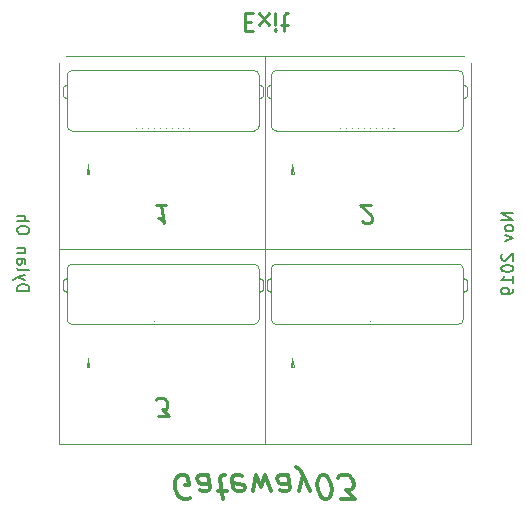
<source format=gbr>
G04 #@! TF.GenerationSoftware,KiCad,Pcbnew,(5.1.5)-3*
G04 #@! TF.CreationDate,2020-01-02T12:13:36-07:00*
G04 #@! TF.ProjectId,Gateway03,47617465-7761-4793-9033-2e6b69636164,rev?*
G04 #@! TF.SameCoordinates,Original*
G04 #@! TF.FileFunction,Legend,Bot*
G04 #@! TF.FilePolarity,Positive*
%FSLAX46Y46*%
G04 Gerber Fmt 4.6, Leading zero omitted, Abs format (unit mm)*
G04 Created by KiCad (PCBNEW (5.1.5)-3) date 2020-01-02 12:13:36*
%MOMM*%
%LPD*%
G04 APERTURE LIST*
%ADD10C,0.120000*%
%ADD11C,0.150000*%
%ADD12C,0.225000*%
%ADD13C,0.300000*%
G04 APERTURE END LIST*
D10*
X96248400Y-106863000D02*
X96148400Y-106093000D01*
X78964400Y-106863000D02*
X78864400Y-106093000D01*
X96248400Y-90477000D02*
X96148400Y-89707000D01*
X96048400Y-106863000D02*
X96248400Y-106863000D01*
X78764400Y-106863000D02*
X78964400Y-106863000D01*
X96048400Y-90477000D02*
X96248400Y-90477000D01*
X96148400Y-106093000D02*
X96048400Y-106863000D01*
X78864400Y-106093000D02*
X78764400Y-106863000D01*
X96148400Y-89707000D02*
X96048400Y-90477000D01*
X96148400Y-106093000D02*
X96148400Y-106863000D01*
X78864400Y-106093000D02*
X78864400Y-106863000D01*
X96148400Y-89707000D02*
X96148400Y-90477000D01*
X78864400Y-89707000D02*
X78864400Y-90477000D01*
X78864400Y-89707000D02*
X78764400Y-90477000D01*
X78764400Y-90477000D02*
X78964400Y-90477000D01*
X78964400Y-90477000D02*
X78864400Y-89707000D01*
D11*
X114837380Y-93845238D02*
X113837380Y-93845238D01*
X114837380Y-94416666D01*
X113837380Y-94416666D01*
X114837380Y-95035714D02*
X114789761Y-94940476D01*
X114742142Y-94892857D01*
X114646904Y-94845238D01*
X114361190Y-94845238D01*
X114265952Y-94892857D01*
X114218333Y-94940476D01*
X114170714Y-95035714D01*
X114170714Y-95178571D01*
X114218333Y-95273809D01*
X114265952Y-95321428D01*
X114361190Y-95369047D01*
X114646904Y-95369047D01*
X114742142Y-95321428D01*
X114789761Y-95273809D01*
X114837380Y-95178571D01*
X114837380Y-95035714D01*
X114170714Y-95702380D02*
X114837380Y-95940476D01*
X114170714Y-96178571D01*
X113932619Y-97273809D02*
X113885000Y-97321428D01*
X113837380Y-97416666D01*
X113837380Y-97654761D01*
X113885000Y-97750000D01*
X113932619Y-97797619D01*
X114027857Y-97845238D01*
X114123095Y-97845238D01*
X114265952Y-97797619D01*
X114837380Y-97226190D01*
X114837380Y-97845238D01*
X113837380Y-98464285D02*
X113837380Y-98559523D01*
X113885000Y-98654761D01*
X113932619Y-98702380D01*
X114027857Y-98750000D01*
X114218333Y-98797619D01*
X114456428Y-98797619D01*
X114646904Y-98750000D01*
X114742142Y-98702380D01*
X114789761Y-98654761D01*
X114837380Y-98559523D01*
X114837380Y-98464285D01*
X114789761Y-98369047D01*
X114742142Y-98321428D01*
X114646904Y-98273809D01*
X114456428Y-98226190D01*
X114218333Y-98226190D01*
X114027857Y-98273809D01*
X113932619Y-98321428D01*
X113885000Y-98369047D01*
X113837380Y-98464285D01*
X114837380Y-99750000D02*
X114837380Y-99178571D01*
X114837380Y-99464285D02*
X113837380Y-99464285D01*
X113980238Y-99369047D01*
X114075476Y-99273809D01*
X114123095Y-99178571D01*
X114837380Y-100226190D02*
X114837380Y-100416666D01*
X114789761Y-100511904D01*
X114742142Y-100559523D01*
X114599285Y-100654761D01*
X114408809Y-100702380D01*
X114027857Y-100702380D01*
X113932619Y-100654761D01*
X113885000Y-100607142D01*
X113837380Y-100511904D01*
X113837380Y-100321428D01*
X113885000Y-100226190D01*
X113932619Y-100178571D01*
X114027857Y-100130952D01*
X114265952Y-100130952D01*
X114361190Y-100178571D01*
X114408809Y-100226190D01*
X114456428Y-100321428D01*
X114456428Y-100511904D01*
X114408809Y-100607142D01*
X114361190Y-100654761D01*
X114265952Y-100702380D01*
X72866619Y-100416666D02*
X73866619Y-100416666D01*
X73866619Y-100178571D01*
X73819000Y-100035714D01*
X73723761Y-99940476D01*
X73628523Y-99892857D01*
X73438047Y-99845238D01*
X73295190Y-99845238D01*
X73104714Y-99892857D01*
X73009476Y-99940476D01*
X72914238Y-100035714D01*
X72866619Y-100178571D01*
X72866619Y-100416666D01*
X73533285Y-99511904D02*
X72866619Y-99273809D01*
X73533285Y-99035714D02*
X72866619Y-99273809D01*
X72628523Y-99369047D01*
X72580904Y-99416666D01*
X72533285Y-99511904D01*
X72866619Y-98511904D02*
X72914238Y-98607142D01*
X73009476Y-98654761D01*
X73866619Y-98654761D01*
X72866619Y-97702380D02*
X73390428Y-97702380D01*
X73485666Y-97750000D01*
X73533285Y-97845238D01*
X73533285Y-98035714D01*
X73485666Y-98130952D01*
X72914238Y-97702380D02*
X72866619Y-97797619D01*
X72866619Y-98035714D01*
X72914238Y-98130952D01*
X73009476Y-98178571D01*
X73104714Y-98178571D01*
X73199952Y-98130952D01*
X73247571Y-98035714D01*
X73247571Y-97797619D01*
X73295190Y-97702380D01*
X73533285Y-97226190D02*
X72866619Y-97226190D01*
X73438047Y-97226190D02*
X73485666Y-97178571D01*
X73533285Y-97083333D01*
X73533285Y-96940476D01*
X73485666Y-96845238D01*
X73390428Y-96797619D01*
X72866619Y-96797619D01*
X73866619Y-95369047D02*
X73866619Y-95178571D01*
X73819000Y-95083333D01*
X73723761Y-94988095D01*
X73533285Y-94940476D01*
X73199952Y-94940476D01*
X73009476Y-94988095D01*
X72914238Y-95083333D01*
X72866619Y-95178571D01*
X72866619Y-95369047D01*
X72914238Y-95464285D01*
X73009476Y-95559523D01*
X73199952Y-95607142D01*
X73533285Y-95607142D01*
X73723761Y-95559523D01*
X73819000Y-95464285D01*
X73866619Y-95369047D01*
X72866619Y-94511904D02*
X73866619Y-94511904D01*
X72866619Y-94083333D02*
X73390428Y-94083333D01*
X73485666Y-94130952D01*
X73533285Y-94226190D01*
X73533285Y-94369047D01*
X73485666Y-94464285D01*
X73438047Y-94511904D01*
D10*
X76404000Y-113408000D02*
X76404000Y-81108000D01*
X111300000Y-113408000D02*
X76404000Y-113408000D01*
X77000000Y-80508000D02*
X110700000Y-80508000D01*
X111300000Y-96908000D02*
X76404000Y-96908000D01*
X111300000Y-81108000D02*
X111300000Y-113308000D01*
X93852000Y-113408000D02*
X93852000Y-80508000D01*
X101264000Y-103043000D02*
G75*
G03X101264000Y-103043000I-60000J0D01*
G01*
X103764000Y-103043000D02*
G75*
G03X103764000Y-103043000I-60000J0D01*
G01*
X103264000Y-103043000D02*
G75*
G03X103264000Y-103043000I-60000J0D01*
G01*
X101764000Y-103043000D02*
G75*
G03X101764000Y-103043000I-60000J0D01*
G01*
X100264000Y-103043000D02*
G75*
G03X100264000Y-103043000I-60000J0D01*
G01*
X102264000Y-103043000D02*
G75*
G03X102264000Y-103043000I-60000J0D01*
G01*
X104264000Y-103043000D02*
G75*
G03X104264000Y-103043000I-60000J0D01*
G01*
X102764000Y-103043000D02*
G75*
G03X102764000Y-103043000I-60000J0D01*
G01*
X104764000Y-103043000D02*
G75*
G03X104764000Y-103043000I-60000J0D01*
G01*
X100764000Y-103043000D02*
G75*
G03X100764000Y-103043000I-60000J0D01*
G01*
D12*
X84747522Y-111014428D02*
X85676093Y-111014428D01*
X85104665Y-110443000D01*
X85318950Y-110443000D01*
X85452879Y-110371571D01*
X85515379Y-110300142D01*
X85568950Y-110157285D01*
X85524308Y-109800142D01*
X85435022Y-109657285D01*
X85354665Y-109585857D01*
X85202879Y-109514428D01*
X84774308Y-109514428D01*
X84640379Y-109585857D01*
X84577879Y-109657285D01*
D10*
X83980000Y-103043000D02*
G75*
G03X83980000Y-103043000I-60000J0D01*
G01*
X86480000Y-103043000D02*
G75*
G03X86480000Y-103043000I-60000J0D01*
G01*
X85980000Y-103043000D02*
G75*
G03X85980000Y-103043000I-60000J0D01*
G01*
X84480000Y-103043000D02*
G75*
G03X84480000Y-103043000I-60000J0D01*
G01*
X82980000Y-103043000D02*
G75*
G03X82980000Y-103043000I-60000J0D01*
G01*
X84980000Y-103043000D02*
G75*
G03X84980000Y-103043000I-60000J0D01*
G01*
X86980000Y-103043000D02*
G75*
G03X86980000Y-103043000I-60000J0D01*
G01*
X85480000Y-103043000D02*
G75*
G03X85480000Y-103043000I-60000J0D01*
G01*
X87480000Y-103043000D02*
G75*
G03X87480000Y-103043000I-60000J0D01*
G01*
X83480000Y-103043000D02*
G75*
G03X83480000Y-103043000I-60000J0D01*
G01*
D12*
X102085093Y-94485571D02*
X102165450Y-94557000D01*
X102317236Y-94628428D01*
X102674379Y-94628428D01*
X102808308Y-94557000D01*
X102870808Y-94485571D01*
X102924379Y-94342714D01*
X102906522Y-94199857D01*
X102808308Y-93985571D01*
X101844022Y-93128428D01*
X102772593Y-93128428D01*
D10*
X101264000Y-86657000D02*
G75*
G03X101264000Y-86657000I-60000J0D01*
G01*
X103764000Y-86657000D02*
G75*
G03X103764000Y-86657000I-60000J0D01*
G01*
X103264000Y-86657000D02*
G75*
G03X103264000Y-86657000I-60000J0D01*
G01*
X101764000Y-86657000D02*
G75*
G03X101764000Y-86657000I-60000J0D01*
G01*
X100264000Y-86657000D02*
G75*
G03X100264000Y-86657000I-60000J0D01*
G01*
X102264000Y-86657000D02*
G75*
G03X102264000Y-86657000I-60000J0D01*
G01*
X104264000Y-86657000D02*
G75*
G03X104264000Y-86657000I-60000J0D01*
G01*
X102764000Y-86657000D02*
G75*
G03X102764000Y-86657000I-60000J0D01*
G01*
X104764000Y-86657000D02*
G75*
G03X104764000Y-86657000I-60000J0D01*
G01*
X100764000Y-86657000D02*
G75*
G03X100764000Y-86657000I-60000J0D01*
G01*
X83480000Y-86657000D02*
G75*
G03X83480000Y-86657000I-60000J0D01*
G01*
X87480000Y-86657000D02*
G75*
G03X87480000Y-86657000I-60000J0D01*
G01*
X85480000Y-86657000D02*
G75*
G03X85480000Y-86657000I-60000J0D01*
G01*
X86980000Y-86657000D02*
G75*
G03X86980000Y-86657000I-60000J0D01*
G01*
X84980000Y-86657000D02*
G75*
G03X84980000Y-86657000I-60000J0D01*
G01*
X82980000Y-86657000D02*
G75*
G03X82980000Y-86657000I-60000J0D01*
G01*
X84480000Y-86657000D02*
G75*
G03X84480000Y-86657000I-60000J0D01*
G01*
X85980000Y-86657000D02*
G75*
G03X85980000Y-86657000I-60000J0D01*
G01*
X86480000Y-86657000D02*
G75*
G03X86480000Y-86657000I-60000J0D01*
G01*
X83980000Y-86657000D02*
G75*
G03X83980000Y-86657000I-60000J0D01*
G01*
D12*
X85488593Y-93128428D02*
X84631450Y-93128428D01*
X85060022Y-93128428D02*
X85247522Y-94628428D01*
X85077879Y-94414142D01*
X84917165Y-94271285D01*
X84765379Y-94199857D01*
D13*
X87461553Y-117937000D02*
X87282982Y-118032238D01*
X86997267Y-118032238D01*
X86699648Y-117937000D01*
X86485363Y-117746523D01*
X86366315Y-117556047D01*
X86223458Y-117175095D01*
X86187744Y-116889380D01*
X86235363Y-116508428D01*
X86306791Y-116317952D01*
X86473458Y-116127476D01*
X86747267Y-116032238D01*
X86937744Y-116032238D01*
X87235363Y-116127476D01*
X87342505Y-116222714D01*
X87425839Y-116889380D01*
X87044886Y-116889380D01*
X89032982Y-116032238D02*
X89163934Y-117079857D01*
X89092505Y-117270333D01*
X88913934Y-117365571D01*
X88532982Y-117365571D01*
X88330601Y-117270333D01*
X89044886Y-116127476D02*
X88842505Y-116032238D01*
X88366315Y-116032238D01*
X88187744Y-116127476D01*
X88116315Y-116317952D01*
X88140125Y-116508428D01*
X88259172Y-116698904D01*
X88461553Y-116794142D01*
X88937744Y-116794142D01*
X89140125Y-116889380D01*
X89866315Y-117365571D02*
X90628220Y-117365571D01*
X90235363Y-118032238D02*
X90021077Y-116317952D01*
X90092505Y-116127476D01*
X90271077Y-116032238D01*
X90461553Y-116032238D01*
X91902029Y-116127476D02*
X91699648Y-116032238D01*
X91318696Y-116032238D01*
X91140125Y-116127476D01*
X91068696Y-116317952D01*
X91163934Y-117079857D01*
X91282982Y-117270333D01*
X91485363Y-117365571D01*
X91866315Y-117365571D01*
X92044886Y-117270333D01*
X92116315Y-117079857D01*
X92092505Y-116889380D01*
X91116315Y-116698904D01*
X92818696Y-117365571D02*
X93032982Y-116032238D01*
X93532982Y-116984619D01*
X93794886Y-116032238D01*
X94342505Y-117365571D01*
X95794886Y-116032238D02*
X95925839Y-117079857D01*
X95854410Y-117270333D01*
X95675839Y-117365571D01*
X95294886Y-117365571D01*
X95092505Y-117270333D01*
X95806791Y-116127476D02*
X95604410Y-116032238D01*
X95128220Y-116032238D01*
X94949648Y-116127476D01*
X94878220Y-116317952D01*
X94902029Y-116508428D01*
X95021077Y-116698904D01*
X95223458Y-116794142D01*
X95699648Y-116794142D01*
X95902029Y-116889380D01*
X96723458Y-117365571D02*
X97032982Y-116032238D01*
X97675839Y-117365571D02*
X97032982Y-116032238D01*
X96782982Y-115556047D01*
X96675839Y-115460809D01*
X96473458Y-115365571D01*
X98902029Y-118032238D02*
X99092505Y-118032238D01*
X99271077Y-117937000D01*
X99354410Y-117841761D01*
X99425839Y-117651285D01*
X99473458Y-117270333D01*
X99413934Y-116794142D01*
X99271077Y-116413190D01*
X99152029Y-116222714D01*
X99044886Y-116127476D01*
X98842505Y-116032238D01*
X98652029Y-116032238D01*
X98473458Y-116127476D01*
X98390125Y-116222714D01*
X98318696Y-116413190D01*
X98271077Y-116794142D01*
X98330601Y-117270333D01*
X98473458Y-117651285D01*
X98592505Y-117841761D01*
X98699648Y-117937000D01*
X98902029Y-118032238D01*
X100235363Y-118032238D02*
X101473458Y-118032238D01*
X100711553Y-117270333D01*
X100997267Y-117270333D01*
X101175839Y-117175095D01*
X101259172Y-117079857D01*
X101330601Y-116889380D01*
X101271077Y-116413190D01*
X101152029Y-116222714D01*
X101044886Y-116127476D01*
X100842505Y-116032238D01*
X100271077Y-116032238D01*
X100092505Y-116127476D01*
X100009172Y-116222714D01*
D12*
X92137714Y-77670142D02*
X92637714Y-77670142D01*
X92852000Y-76884428D02*
X92137714Y-76884428D01*
X92137714Y-78384428D01*
X92852000Y-78384428D01*
X93352000Y-76884428D02*
X94137714Y-77884428D01*
X93352000Y-77884428D02*
X94137714Y-76884428D01*
X94709142Y-76884428D02*
X94709142Y-77884428D01*
X94709142Y-78384428D02*
X94637714Y-78313000D01*
X94709142Y-78241571D01*
X94780571Y-78313000D01*
X94709142Y-78384428D01*
X94709142Y-78241571D01*
X95209142Y-77884428D02*
X95780571Y-77884428D01*
X95423428Y-78384428D02*
X95423428Y-77098714D01*
X95494857Y-76955857D01*
X95637714Y-76884428D01*
X95780571Y-76884428D01*
D10*
X76750000Y-83937000D02*
X77070000Y-84137000D01*
X93670000Y-83937000D02*
X93350000Y-84137000D01*
X93670000Y-83937000D02*
X93670000Y-83137000D01*
X93670000Y-83137000D02*
X93350000Y-82937000D01*
X76750000Y-83137000D02*
X77070000Y-82937000D01*
X76750000Y-83937000D02*
X76750000Y-83137000D01*
X77070000Y-86417000D02*
X77070000Y-82197000D01*
X93350000Y-82197000D02*
X93350000Y-86417000D01*
X77520000Y-86867000D02*
X92900000Y-86867000D01*
X77520000Y-81747000D02*
X92900000Y-81747000D01*
X77070000Y-82197000D02*
G75*
G02X77520000Y-81747000I450000J0D01*
G01*
X92900000Y-81747000D02*
G75*
G02X93350000Y-82197000I0J-450000D01*
G01*
X77520000Y-86867000D02*
G75*
G02X77070000Y-86417000I0J450000D01*
G01*
X93350000Y-86417000D02*
G75*
G02X92900000Y-86867000I-450000J0D01*
G01*
X93350000Y-102803000D02*
G75*
G02X92900000Y-103253000I-450000J0D01*
G01*
X77520000Y-103253000D02*
G75*
G02X77070000Y-102803000I0J450000D01*
G01*
X92900000Y-98133000D02*
G75*
G02X93350000Y-98583000I0J-450000D01*
G01*
X77070000Y-98583000D02*
G75*
G02X77520000Y-98133000I450000J0D01*
G01*
X77520000Y-98133000D02*
X92900000Y-98133000D01*
X77520000Y-103253000D02*
X92900000Y-103253000D01*
X93350000Y-98583000D02*
X93350000Y-102803000D01*
X77070000Y-102803000D02*
X77070000Y-98583000D01*
X76750000Y-100323000D02*
X76750000Y-99523000D01*
X76750000Y-99523000D02*
X77070000Y-99323000D01*
X93670000Y-99523000D02*
X93350000Y-99323000D01*
X93670000Y-100323000D02*
X93670000Y-99523000D01*
X93670000Y-100323000D02*
X93350000Y-100523000D01*
X76750000Y-100323000D02*
X77070000Y-100523000D01*
X110634000Y-102803000D02*
G75*
G02X110184000Y-103253000I-450000J0D01*
G01*
X94804000Y-103253000D02*
G75*
G02X94354000Y-102803000I0J450000D01*
G01*
X110184000Y-98133000D02*
G75*
G02X110634000Y-98583000I0J-450000D01*
G01*
X94354000Y-98583000D02*
G75*
G02X94804000Y-98133000I450000J0D01*
G01*
X94804000Y-98133000D02*
X110184000Y-98133000D01*
X94804000Y-103253000D02*
X110184000Y-103253000D01*
X110634000Y-98583000D02*
X110634000Y-102803000D01*
X94354000Y-102803000D02*
X94354000Y-98583000D01*
X94034000Y-100323000D02*
X94034000Y-99523000D01*
X94034000Y-99523000D02*
X94354000Y-99323000D01*
X110954000Y-99523000D02*
X110634000Y-99323000D01*
X110954000Y-100323000D02*
X110954000Y-99523000D01*
X110954000Y-100323000D02*
X110634000Y-100523000D01*
X94034000Y-100323000D02*
X94354000Y-100523000D01*
X110634000Y-86417000D02*
G75*
G02X110184000Y-86867000I-450000J0D01*
G01*
X94804000Y-86867000D02*
G75*
G02X94354000Y-86417000I0J450000D01*
G01*
X110184000Y-81747000D02*
G75*
G02X110634000Y-82197000I0J-450000D01*
G01*
X94354000Y-82197000D02*
G75*
G02X94804000Y-81747000I450000J0D01*
G01*
X94804000Y-81747000D02*
X110184000Y-81747000D01*
X94804000Y-86867000D02*
X110184000Y-86867000D01*
X110634000Y-82197000D02*
X110634000Y-86417000D01*
X94354000Y-86417000D02*
X94354000Y-82197000D01*
X94034000Y-83937000D02*
X94034000Y-83137000D01*
X94034000Y-83137000D02*
X94354000Y-82937000D01*
X110954000Y-83137000D02*
X110634000Y-82937000D01*
X110954000Y-83937000D02*
X110954000Y-83137000D01*
X110954000Y-83937000D02*
X110634000Y-84137000D01*
X94034000Y-83937000D02*
X94354000Y-84137000D01*
M02*

</source>
